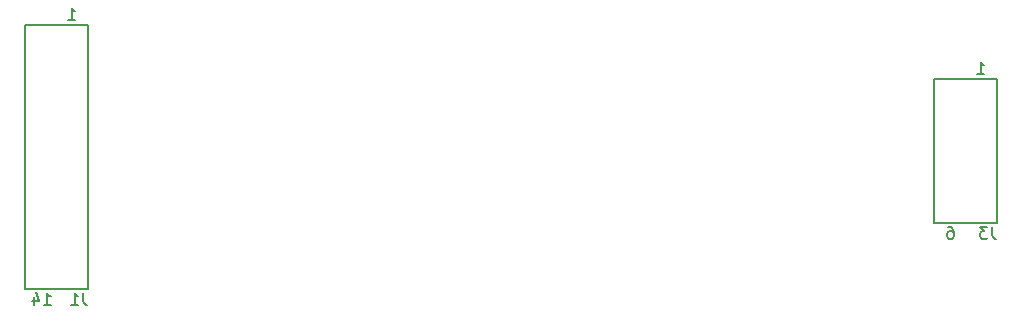
<source format=gbr>
G04 #@! TF.FileFunction,Legend,Bot*
%FSLAX46Y46*%
G04 Gerber Fmt 4.6, Leading zero omitted, Abs format (unit mm)*
G04 Created by KiCad (PCBNEW 4.0.7-e2-6376~58~ubuntu16.04.1) date Mon Feb 19 20:22:25 2018*
%MOMM*%
%LPD*%
G01*
G04 APERTURE LIST*
%ADD10C,0.100000*%
%ADD11C,0.150000*%
G04 APERTURE END LIST*
D10*
D11*
X103742000Y-94761000D02*
X98442000Y-94761000D01*
X103742000Y-72371000D02*
X98442000Y-72371000D01*
X103742000Y-94761000D02*
X103742000Y-72371000D01*
X98442000Y-94761000D02*
X98442000Y-72371000D01*
X180704000Y-89173000D02*
X175404000Y-89173000D01*
X180704000Y-76943000D02*
X175404000Y-76943000D01*
X180704000Y-89173000D02*
X180704000Y-76943000D01*
X175404000Y-89173000D02*
X175404000Y-76943000D01*
X103330333Y-95083381D02*
X103330333Y-95797667D01*
X103377953Y-95940524D01*
X103473191Y-96035762D01*
X103616048Y-96083381D01*
X103711286Y-96083381D01*
X102330333Y-96083381D02*
X102901762Y-96083381D01*
X102616048Y-96083381D02*
X102616048Y-95083381D01*
X102711286Y-95226238D01*
X102806524Y-95321476D01*
X102901762Y-95369095D01*
X100012476Y-96083381D02*
X100583905Y-96083381D01*
X100298191Y-96083381D02*
X100298191Y-95083381D01*
X100393429Y-95226238D01*
X100488667Y-95321476D01*
X100583905Y-95369095D01*
X99155333Y-95416714D02*
X99155333Y-96083381D01*
X99393429Y-95035762D02*
X99631524Y-95750048D01*
X99012476Y-95750048D01*
X102076285Y-71953381D02*
X102647714Y-71953381D01*
X102362000Y-71953381D02*
X102362000Y-70953381D01*
X102457238Y-71096238D01*
X102552476Y-71191476D01*
X102647714Y-71239095D01*
X180292333Y-89495381D02*
X180292333Y-90209667D01*
X180339953Y-90352524D01*
X180435191Y-90447762D01*
X180578048Y-90495381D01*
X180673286Y-90495381D01*
X179911381Y-89495381D02*
X179292333Y-89495381D01*
X179625667Y-89876333D01*
X179482809Y-89876333D01*
X179387571Y-89923952D01*
X179339952Y-89971571D01*
X179292333Y-90066810D01*
X179292333Y-90304905D01*
X179339952Y-90400143D01*
X179387571Y-90447762D01*
X179482809Y-90495381D01*
X179768524Y-90495381D01*
X179863762Y-90447762D01*
X179911381Y-90400143D01*
X176593523Y-89495381D02*
X176784000Y-89495381D01*
X176879238Y-89543000D01*
X176926857Y-89590619D01*
X177022095Y-89733476D01*
X177069714Y-89923952D01*
X177069714Y-90304905D01*
X177022095Y-90400143D01*
X176974476Y-90447762D01*
X176879238Y-90495381D01*
X176688761Y-90495381D01*
X176593523Y-90447762D01*
X176545904Y-90400143D01*
X176498285Y-90304905D01*
X176498285Y-90066810D01*
X176545904Y-89971571D01*
X176593523Y-89923952D01*
X176688761Y-89876333D01*
X176879238Y-89876333D01*
X176974476Y-89923952D01*
X177022095Y-89971571D01*
X177069714Y-90066810D01*
X179038285Y-76525381D02*
X179609714Y-76525381D01*
X179324000Y-76525381D02*
X179324000Y-75525381D01*
X179419238Y-75668238D01*
X179514476Y-75763476D01*
X179609714Y-75811095D01*
M02*

</source>
